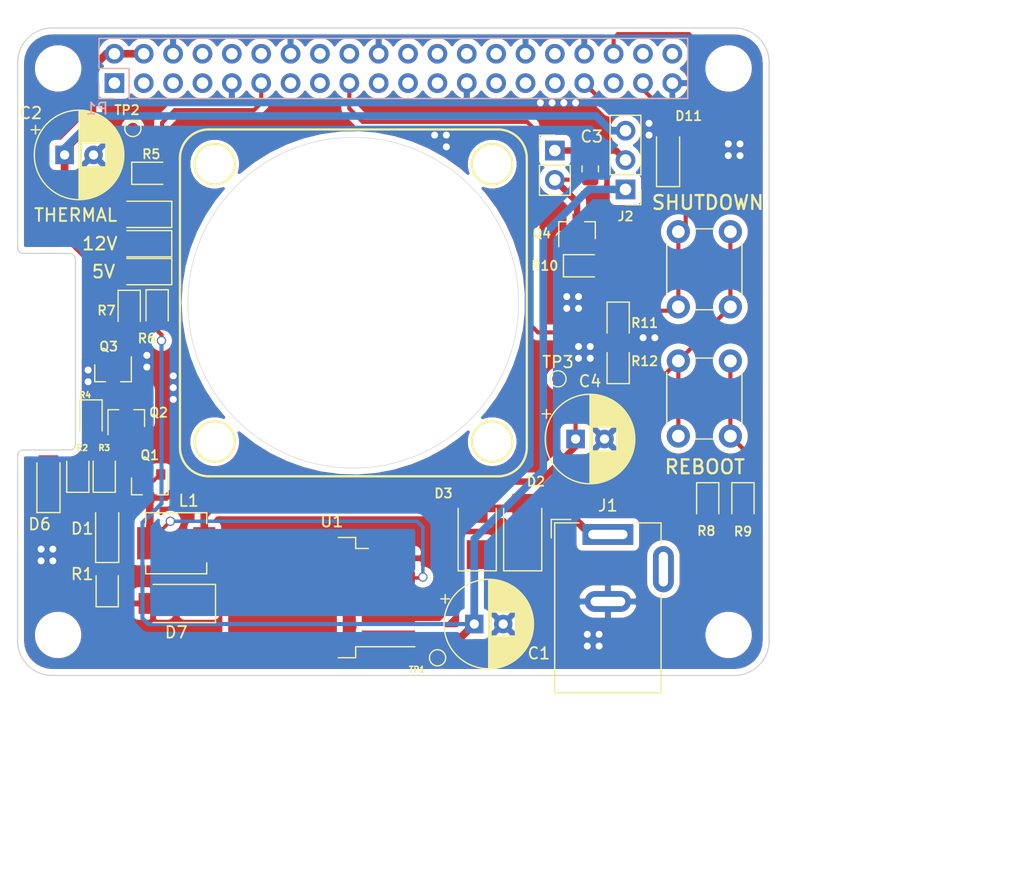
<source format=kicad_pcb>
(kicad_pcb (version 20171130) (host pcbnew 5.1.6)
  (title_block (date "15 nov 2012"))
  (layers (0 F.Cu signal) (31 B.Cu signal) (34 B.Paste user) (35 F.Paste user) (36 B.SilkS user hide) (37 F.SilkS user) (38 B.Mask user hide) (39 F.Mask user hide) (44 Edge.Cuts user))
  (net 0 "")
  (net 1 +3V3)
  (net 2 +5V)
  (net 3 GND)
  (net 4 +12V)
  (net 5 +5VP)
  (net 6 "Net-(D1-Pad2)")
  (net 7 "Net-(D1-Pad1)")
  (net 8 "Net-(D2-Pad2)")
  (net 9 "Net-(D6-Pad2)")
  (net 10 "Net-(D7-Pad1)")
  (net 11 "Net-(D8-Pad2)")
  (net 12 "Net-(D9-Pad2)")
  (net 13 "Net-(D10-Pad2)")
  (net 14 /PWM_Pin)
  (net 15 "Net-(D11-Pad1)")
  (net 16 /Thermal_Pin)
  (net 17 /Shutdown_Pin)
  (net 18 /Reboot_Pin)
  (net 19 "Net-(Q2-Pad3)")
  (net 20 "Net-(Q2-Pad1)")
  (net 21 "Net-(Q4-Pad1)")
  (net 22 "Net-(R8-Pad1)")
  (net 23 "Net-(R9-Pad1)")
  (net 24 "Net-(C3-Pad1)")
  (net 25 "Net-(C3-Pad2)")
  (module Diode_SMD:D_0805_2012Metric (layer F.Cu) (at 251.943 123.076 90)
    (fp_text reference R12 (at 0.254 2.286 180) (layer F.SilkS) (effects (font (size 0.8 0.8))))
    (fp_text value 10K)
    (pad 2 smd roundrect (at 0.9375 0 90) (size 0.975 1.4) (layers F.Cu F.Paste F.Mask) (net 1 +3V3))
    (pad 1 smd roundrect (at -0.9375 0 90) (size 0.975 1.4) (layers F.Cu F.Paste F.Mask) (net 18 /Reboot_Pin))
  )
  (module Diode_SMD:D_0805_2012Metric (layer F.Cu) (at 251.943 119.393 270)
    (fp_text reference R11 (at 0.127 -2.286 180) (layer F.SilkS) (effects (font (size 0.8 0.8))))
    (fp_text value 10K)
    (pad 2 smd roundrect (at 0.9375 0 270) (size 0.975 1.4) (layers F.Cu F.Paste F.Mask) (net 1 +3V3))
    (pad 1 smd roundrect (at -0.9375 0 270) (size 0.975 1.4) (layers F.Cu F.Paste F.Mask) (net 17 /Shutdown_Pin))
  )
  (module Capacitor_SMD:C_0805_2012Metric (layer F.Cu) (at 249.53 106.185 270)
    (fp_text reference C3 (at -2.794 -0.127 180) (layer F.SilkS))
    (fp_text value 100nF)
    (pad 2 smd roundrect (at 0.9375 0 270) (size 0.975 1.4) (layers F.Cu F.Paste F.Mask) (net 25 "Net-(C3-Pad2)"))
    (pad 1 smd roundrect (at -0.9375 0 270) (size 0.975 1.4) (layers F.Cu F.Paste F.Mask) (net 24 "Net-(C3-Pad1)"))
  )
  (module Package_TO_SOT_SMD:TO-263-5_TabPin3 (layer F.Cu) (at 226.289 143.269 180)
    (fp_text reference U1 (at -0.889 6.604) (layer F.SilkS))
    (fp_text value LM2596S-5)
    (pad 3 smd rect (at 3.375 0 180) (size 9.4 10.8) (layers F.Cu F.Mask) (net 3 GND))
    (pad 5 smd rect (at -5.775 3.4 180) (size 4.6 1.1) (layers F.Cu F.Paste F.Mask) (net 3 GND))
    (pad 4 smd rect (at -5.775 1.7 180) (size 4.6 1.1) (layers F.Cu F.Paste F.Mask) (net 2 +5V))
    (pad 3 smd rect (at -5.775 0 180) (size 4.6 1.1) (layers F.Cu F.Paste F.Mask) (net 3 GND))
    (pad 2 smd rect (at -5.775 -1.7 180) (size 4.6 1.1) (layers F.Cu F.Paste F.Mask) (net 10 "Net-(D7-Pad1)"))
    (pad 1 smd rect (at -5.775 -3.4 180) (size 4.6 1.1) (layers F.Cu F.Paste F.Mask) (net 4 +12V))
  )
  (module Diode_SMD:D_0805_2012Metric (layer F.Cu) (at 248.895 114.567)
    (fp_text reference R10 (at -3.302 0) (layer F.SilkS) (effects (font (size 0.8 0.8))))
    (fp_text value 100)
    (pad 2 smd roundrect (at 0.9375 0) (size 0.975 1.4) (layers F.Cu F.Paste F.Mask) (net 15 "Net-(D11-Pad1)"))
    (pad 1 smd roundrect (at -0.9375 0) (size 0.975 1.4) (layers F.Cu F.Paste F.Mask) (net 21 "Net-(Q4-Pad1)"))
  )
  (module Diode_SMD:D_0805_2012Metric (layer F.Cu) (at 262.738 135.014 270)
    (fp_text reference R9 (at 2.54 0 180) (layer F.SilkS) (effects (font (size 0.8 0.8))))
    (fp_text value 100)
    (pad 2 smd roundrect (at 0.9375 0 270) (size 0.975 1.4) (layers F.Cu F.Paste F.Mask) (net 3 GND))
    (pad 1 smd roundrect (at -0.9375 0 270) (size 0.975 1.4) (layers F.Cu F.Paste F.Mask) (net 23 "Net-(R9-Pad1)"))
  )
  (module Diode_SMD:D_0805_2012Metric (layer F.Cu) (at 259.69 135.014 270)
    (fp_text reference R8 (at 2.4915 0.127 180) (layer F.SilkS) (effects (font (size 0.8 0.8))))
    (fp_text value 100)
    (pad 2 smd roundrect (at 0.9375 0 270) (size 0.975 1.4) (layers F.Cu F.Paste F.Mask) (net 3 GND))
    (pad 1 smd roundrect (at -0.9375 0 270) (size 0.975 1.4) (layers F.Cu F.Paste F.Mask) (net 22 "Net-(R8-Pad1)"))
  )
  (module Diode_SMD:D_0805_2012Metric (layer F.Cu) (at 209.652 118.377 270)
    (fp_text reference R7 (at 0.0635 1.9685 180) (layer F.SilkS) (effects (font (size 0.8 0.8))))
    (fp_text value 1K)
    (pad 2 smd roundrect (at 0.9375 0 270) (size 0.975 1.4) (layers F.Cu F.Paste F.Mask) (net 5 +5VP))
    (pad 1 smd roundrect (at -0.9375 0 270) (size 0.975 1.4) (layers F.Cu F.Paste F.Mask) (net 13 "Net-(D10-Pad2)"))
  )
  (module Diode_SMD:D_0805_2012Metric (layer F.Cu) (at 212.065 118.3285 270)
    (fp_text reference R6 (at 2.525 0.889 180) (layer F.SilkS) (effects (font (size 0.8 0.8))))
    (fp_text value 1K)
    (pad 2 smd roundrect (at 0.9375 0 270) (size 0.975 1.4) (layers F.Cu F.Paste F.Mask) (net 4 +12V))
    (pad 1 smd roundrect (at -0.9375 0 270) (size 0.975 1.4) (layers F.Cu F.Paste F.Mask) (net 12 "Net-(D9-Pad2)"))
  )
  (module Diode_SMD:D_0805_2012Metric (layer F.Cu) (at 211.557 106.566)
    (fp_text reference R5 (at 0 -1.65) (layer F.SilkS) (effects (font (size 0.8 0.8))))
    (fp_text value 1K)
    (pad 2 smd roundrect (at 0.9375 0) (size 0.975 1.4) (layers F.Cu F.Paste F.Mask) (net 16 /Thermal_Pin))
    (pad 1 smd roundrect (at -0.9375 0) (size 0.975 1.4) (layers F.Cu F.Paste F.Mask) (net 11 "Net-(D8-Pad2)"))
  )
  (module Diode_SMD:D_0805_2012Metric (layer F.Cu) (at 206.35 127.8535 270)
    (fp_text reference R4 (at -2.1105 0.508 180) (layer F.SilkS) (effects (font (size 0.508 0.508) (thickness 0.127))))
    (fp_text value 100K)
    (pad 2 smd roundrect (at 0.9375 0 270) (size 0.975 1.4) (layers F.Cu F.Paste F.Mask) (net 19 "Net-(Q2-Pad3)"))
    (pad 1 smd roundrect (at -0.9375 0 270) (size 0.975 1.4) (layers F.Cu F.Paste F.Mask) (net 3 GND))
  )
  (module Diode_SMD:D_0805_2012Metric (layer F.Cu) (at 207.493 132.474 90)
    (fp_text reference R3 (at 2.159 0 180) (layer F.SilkS) (effects (font (size 0.508 0.508) (thickness 0.127))))
    (fp_text value 1K)
    (pad 2 smd roundrect (at 0.9375 0 90) (size 0.975 1.4) (layers F.Cu F.Paste F.Mask) (net 9 "Net-(D6-Pad2)"))
    (pad 1 smd roundrect (at -0.9375 0 90) (size 0.975 1.4) (layers F.Cu F.Paste F.Mask) (net 20 "Net-(Q2-Pad1)"))
  )
  (module Diode_SMD:D_0805_2012Metric (layer F.Cu) (at 205.207 132.474 90)
    (fp_text reference R2 (at 2.159 0.381 180) (layer F.SilkS) (effects (font (size 0.508 0.508) (thickness 0.127))))
    (fp_text value 2K2)
    (pad 2 smd roundrect (at 0.9375 0 90) (size 0.975 1.4) (layers F.Cu F.Paste F.Mask) (net 9 "Net-(D6-Pad2)"))
    (pad 1 smd roundrect (at -0.9375 0 90) (size 0.975 1.4) (layers F.Cu F.Paste F.Mask) (net 6 "Net-(D1-Pad2)"))
  )
  (module Diode_SMD:D_0805_2012Metric (layer F.Cu) (at 207.747 142.38 90)
    (fp_text reference R1 (at 1.143 -2.159 180) (layer F.SilkS))
    (fp_text value 100K)
    (pad 2 smd roundrect (at 0.9375 0 90) (size 0.975 1.4) (layers F.Cu F.Paste F.Mask) (net 7 "Net-(D1-Pad1)"))
    (pad 1 smd roundrect (at -0.9375 0 90) (size 0.975 1.4) (layers F.Cu F.Paste F.Mask) (net 3 GND))
  )
  (module Diode_SMD:D_MiniMELF (layer F.Cu) (at 256.261 105.169 90)
    (fp_text reference D11 (at 3.556 1.778 180) (layer F.SilkS) (effects (font (size 0.8 0.8))))
    (fp_text value D4148)
    (pad 2 smd rect (at 1.75 0 90) (size 1.3 1.7) (layers F.Cu F.Paste F.Mask) (net 14 /PWM_Pin))
    (pad 1 smd rect (at -1.75 0 90) (size 1.3 1.7) (layers F.Cu F.Paste F.Mask) (net 15 "Net-(D11-Pad1)"))
  )
  (module LED_SMD:LED_1206_3216Metric (layer F.Cu) (at 211.049 115.075 180)
    (fp_text reference 5V (at 3.6195 0) (layer F.SilkS) (effects (font (size 1.1 1.1) (thickness 0.17))))
    (fp_text value LD_5V)
    (pad 2 smd roundrect (at 1.4 0 180) (size 1.25 1.75) (layers F.Cu F.Paste F.Mask) (roundrect_rratio 0.2) (net 13 "Net-(D10-Pad2)"))
    (pad 1 smd roundrect (at -1.4 0 180) (size 1.25 1.75) (layers F.Cu F.Paste F.Mask) (roundrect_rratio 0.2) (net 3 GND))
  )
  (module LED_SMD:LED_1206_3216Metric (layer F.Cu) (at 211.049 112.662 180)
    (fp_text reference 12V (at 3.937 0) (layer F.SilkS) (effects (font (size 1.1 1.1) (thickness 0.17))))
    (fp_text value LED_12V)
    (pad 2 smd roundrect (at 1.4 0 180) (size 1.25 1.75) (layers F.Cu F.Paste F.Mask) (roundrect_rratio 0.2) (net 12 "Net-(D9-Pad2)"))
    (pad 1 smd roundrect (at -1.4 0 180) (size 1.25 1.75) (layers F.Cu F.Paste F.Mask) (roundrect_rratio 0.2) (net 3 GND))
  )
  (module LED_SMD:LED_1206_3216Metric (layer F.Cu) (at 211.049 110.122 180)
    (fp_text reference THERMAL (at 6.0325 -0.0635) (layer F.SilkS) (effects (font (size 1.1 1.1) (thickness 0.17))))
    (fp_text value LD_Thermal)
    (pad 2 smd roundrect (at 1.4 0 180) (size 1.25 1.75) (layers F.Cu F.Paste F.Mask) (roundrect_rratio 0.2) (net 11 "Net-(D8-Pad2)"))
    (pad 1 smd roundrect (at -1.4 0 180) (size 1.25 1.75) (layers F.Cu F.Paste F.Mask) (roundrect_rratio 0.2) (net 3 GND))
  )
  (module Diode_SMD:D_SMA (layer F.Cu) (at 213.716 143.777 180)
    (fp_text reference D7 (at 0 -2.5) (layer F.SilkS))
    (fp_text value 1N5820)
    (pad 2 smd rect (at 2 0 180) (size 2.5 1.8) (layers F.Cu F.Paste F.Mask) (net 3 GND))
    (pad 1 smd rect (at -2 0 180) (size 2.5 1.8) (layers F.Cu F.Paste F.Mask) (net 10 "Net-(D7-Pad1)"))
  )
  (module Diode_SMD:D_MiniMELF (layer F.Cu) (at 202.667 133.363 90)
    (fp_text reference D6 (at -3.556 -0.762 180) (layer F.SilkS))
    (fp_text value 5V1)
    (pad 2 smd rect (at 1.75 0 90) (size 1.3 1.7) (layers F.Cu F.Paste F.Mask) (net 9 "Net-(D6-Pad2)"))
    (pad 1 smd rect (at -1.75 0 90) (size 1.3 1.7) (layers F.Cu F.Paste F.Mask) (net 3 GND))
  )
  (module Diode_SMD:D_SMA (layer F.Cu) (at 239.751 137.554 90)
    (fp_text reference D3 (at 3.302 -2.921 180) (layer F.SilkS) (effects (font (size 0.8 0.8))))
    (fp_text value 1N4007)
    (pad 2 smd rect (at 2 0 90) (size 2.5 1.8) (layers F.Cu F.Paste F.Mask) (net 8 "Net-(D2-Pad2)"))
    (pad 1 smd rect (at -2 0 90) (size 2.5 1.8) (layers F.Cu F.Paste F.Mask) (net 4 +12V))
  )
  (module Diode_SMD:D_SMA (layer F.Cu) (at 243.688 137.554 90)
    (fp_text reference D2 (at 4.318 1.143 180) (layer F.SilkS) (effects (font (size 0.8 0.8))))
    (fp_text value 1N4007)
    (pad 2 smd rect (at 2 0 90) (size 2.5 1.8) (layers F.Cu F.Paste F.Mask) (net 8 "Net-(D2-Pad2)"))
    (pad 1 smd rect (at -2 0 90) (size 2.5 1.8) (layers F.Cu F.Paste F.Mask) (net 4 +12V))
  )
  (module Diode_SMD:D_MiniMELF (layer F.Cu) (at 207.747 137.681 90)
    (fp_text reference D1 (at 0.381 -2.159 180) (layer F.SilkS))
    (fp_text value 5V1)
    (pad 2 smd rect (at 1.75 0 90) (size 1.3 1.7) (layers F.Cu F.Paste F.Mask) (net 6 "Net-(D1-Pad2)"))
    (pad 1 smd rect (at -1.75 0 90) (size 1.3 1.7) (layers F.Cu F.Paste F.Mask) (net 7 "Net-(D1-Pad1)"))
  )
  (module Inductor_SMD:L_Vishay_IHLP-2020 (layer F.Cu) (at 213.716 138.57)
    (fp_text reference L1 (at 1.0795 -3.683 180) (layer F.SilkS))
    (fp_text value 33uF)
    (pad 2 smd rect (at 2.4265 0) (size 1.903 2.79) (layers F.Cu F.Paste F.Mask) (net 10 "Net-(D7-Pad1)"))
    (pad 1 smd rect (at -2.4265 0) (size 1.903 2.79) (layers F.Cu F.Paste F.Mask) (net 2 +5V))
  )
  (module pihat_cooling:fan_30mm (layer F.Cu) (at 229.0322 117.7674)
    (fp_text reference M1 hide)
    (fp_text value Fan)
    (pad 1 thru_hole rect (at 17.43456 -13.16736) (size 1.7 1.7) (drill 1) (layers *.Cu *.Mask) (net 24 "Net-(C3-Pad1)"))
    (pad 2 thru_hole oval (at 17.43456 -10.62736) (size 1.7 1.7) (drill 1) (layers *.Cu *.Mask) (net 25 "Net-(C3-Pad2)"))
  )
  (module Connector_BarrelJack:BarrelJack_Wuerth_6941xx301002 (layer F.Cu) (at 251.054 137.808)
    (fp_text reference J1 (at 0 -2.5) (layer F.SilkS))
    (fp_text value Barrel_Jack)
    (pad 1 thru_hole rect (at 0 0) (size 4.4 1.8) (drill oval 3.4 0.8) (layers *.Cu *.Mask) (net 8 "Net-(D2-Pad2)"))
    (pad 2 thru_hole oval (at 0 5.8) (size 4 1.8) (drill oval 3 0.8) (layers *.Cu *.Mask) (net 3 GND))
    (pad 3 thru_hole oval (at 4.8 3 90) (size 4 1.8) (drill oval 3 0.8) (layers *.Cu *.Mask))
  )
  (module TestPoint:TestPoint_Pad_D1.0mm (layer F.Cu) (at 246.736 124.346)
    (fp_text reference TP3 (at 0 -1.448) (layer F.SilkS))
    (fp_text value TestPoint)
    (pad 1 smd circle (at 0 0) (size 1 1) (layers F.Cu F.Mask) (net 2 +5V))
  )
  (module TestPoint:TestPoint_Pad_D1.0mm (layer F.Cu) (at 209.9695 102.6925)
    (fp_text reference TP2 (at -0.508 -1.5875) (layer F.SilkS) (effects (font (size 0.8 0.8))))
    (fp_text value TestPoint)
    (pad 1 smd circle (at 0 0) (size 1 1) (layers F.Cu F.Mask) (net 5 +5VP))
  )
  (module TestPoint:TestPoint_Pad_D1.0mm (layer F.Cu) (at 236.322 148.476)
    (fp_text reference TP1 (at -1.778 1.016) (layer F.SilkS) (effects (font (size 0.508 0.508) (thickness 0.127))))
    (fp_text value TestPoint)
    (pad 1 smd circle (at 0 0) (size 1 1) (layers F.Cu F.Mask) (net 4 +12V))
  )
  (module Button_Switch_THT:SW_PUSH_6mm (layer F.Cu) (at 257.15 129.299 90)
    (fp_text reference REBOOT (at -2.667 2.286 180) (layer F.SilkS) (effects (font (size 1.2 1.2) (thickness 0.2))))
    (fp_text value Reboot)
    (pad 1 thru_hole circle (at 6.5 0 180) (size 2 2) (drill 1.1) (layers *.Cu *.Mask) (net 18 /Reboot_Pin))
    (pad 2 thru_hole circle (at 6.5 4.5 180) (size 2 2) (drill 1.1) (layers *.Cu *.Mask) (net 23 "Net-(R9-Pad1)"))
    (pad 1 thru_hole circle (at 0 0 180) (size 2 2) (drill 1.1) (layers *.Cu *.Mask) (net 18 /Reboot_Pin))
    (pad 2 thru_hole circle (at 0 4.5 180) (size 2 2) (drill 1.1) (layers *.Cu *.Mask) (net 23 "Net-(R9-Pad1)"))
  )
  (module Button_Switch_THT:SW_PUSH_6mm (layer F.Cu) (at 257.15 118.123 90)
    (fp_text reference SHUTDOWN (at 9.017 2.54 180) (layer F.SilkS) (effects (font (size 1.2 1.2) (thickness 0.2))))
    (fp_text value Shutdown)
    (pad 1 thru_hole circle (at 6.5 0 180) (size 2 2) (drill 1.1) (layers *.Cu *.Mask) (net 17 /Shutdown_Pin))
    (pad 2 thru_hole circle (at 6.5 4.5 180) (size 2 2) (drill 1.1) (layers *.Cu *.Mask) (net 22 "Net-(R8-Pad1)"))
    (pad 1 thru_hole circle (at 0 0 180) (size 2 2) (drill 1.1) (layers *.Cu *.Mask) (net 17 /Shutdown_Pin))
    (pad 2 thru_hole circle (at 0 4.5 180) (size 2 2) (drill 1.1) (layers *.Cu *.Mask) (net 22 "Net-(R8-Pad1)"))
  )
  (module Package_TO_SOT_SMD:SOT-23 (layer F.Cu) (at 248.387 111.519 90)
    (fp_text reference Q4 (at -0.254 -3.048 180) (layer F.SilkS) (effects (font (size 0.8 0.8))))
    (fp_text value MMBT3904)
    (pad 3 smd rect (at 1 0 90) (size 0.9 0.8) (layers F.Cu F.Paste F.Mask) (net 25 "Net-(C3-Pad2)"))
    (pad 2 smd rect (at -1 0.95 90) (size 0.9 0.8) (layers F.Cu F.Paste F.Mask) (net 3 GND))
    (pad 1 smd rect (at -1 -0.95 90) (size 0.9 0.8) (layers F.Cu F.Paste F.Mask) (net 21 "Net-(Q4-Pad1)"))
  )
  (module Package_TO_SOT_SMD:SOT-23 (layer F.Cu) (at 208.255 123.838 270)
    (fp_text reference Q3 (at -2.286 0.381 180) (layer F.SilkS) (effects (font (size 0.8 0.8))))
    (fp_text value AO3401A)
    (pad 3 smd rect (at 1 0 270) (size 0.9 0.8) (layers F.Cu F.Paste F.Mask) (net 6 "Net-(D1-Pad2)"))
    (pad 2 smd rect (at -1 0.95 270) (size 0.9 0.8) (layers F.Cu F.Paste F.Mask) (net 5 +5VP))
    (pad 1 smd rect (at -1 -0.95 270) (size 0.9 0.8) (layers F.Cu F.Paste F.Mask) (net 19 "Net-(Q2-Pad3)"))
  )
  (module Package_TO_SOT_SMD:SOT-23 (layer F.Cu) (at 209.398 127.775 90)
    (fp_text reference Q2 (at 0.508 2.794 180) (layer F.SilkS) (effects (font (size 0.8 0.8))))
    (fp_text value MMBT3906)
    (pad 3 smd rect (at 1 0 90) (size 0.9 0.8) (layers F.Cu F.Paste F.Mask) (net 19 "Net-(Q2-Pad3)"))
    (pad 2 smd rect (at -1 0.95 90) (size 0.9 0.8) (layers F.Cu F.Paste F.Mask) (net 6 "Net-(D1-Pad2)"))
    (pad 1 smd rect (at -1 -0.95 90) (size 0.9 0.8) (layers F.Cu F.Paste F.Mask) (net 20 "Net-(Q2-Pad1)"))
  )
  (module Package_TO_SOT_SMD:SOT-23 (layer F.Cu) (at 211.43 133.617 270)
    (fp_text reference Q1 (at -2.667 0 180) (layer F.SilkS) (effects (font (size 0.8 0.8))))
    (fp_text value AO3401A)
    (pad 3 smd rect (at 1 0 270) (size 0.9 0.8) (layers F.Cu F.Paste F.Mask) (net 2 +5V))
    (pad 2 smd rect (at -1 0.95 270) (size 0.9 0.8) (layers F.Cu F.Paste F.Mask) (net 6 "Net-(D1-Pad2)"))
    (pad 1 smd rect (at -1 -0.95 270) (size 0.9 0.8) (layers F.Cu F.Paste F.Mask) (net 7 "Net-(D1-Pad1)"))
  )
  (module Connector_PinHeader_2.54mm:PinHeader_1x03_P2.54mm_Vertical (layer F.Cu) (at 252.578 107.963 180)
    (fp_text reference J2 (at 0 -2.33) (layer F.SilkS) (effects (font (size 0.8 0.8))))
    (fp_text value Conn_01x03)
    (pad 3 thru_hole oval (at 0 5.08 180) (size 1.7 1.7) (drill 1) (layers *.Cu *.Mask) (net 5 +5VP))
    (pad 2 thru_hole oval (at 0 2.54 180) (size 1.7 1.7) (drill 1) (layers *.Cu *.Mask) (net 24 "Net-(C3-Pad1)"))
    (pad 1 thru_hole rect (at 0 0 180) (size 1.7 1.7) (drill 1) (layers *.Cu *.Mask) (net 4 +12V))
  )
  (module Capacitor_THT:CP_Radial_D7.5mm_P2.50mm (layer F.Cu) (at 248.26 129.553)
    (fp_text reference C4 (at 1.25 -5) (layer F.SilkS))
    (fp_text value CP)
    (pad 2 thru_hole circle (at 2.5 0) (size 1.6 1.6) (drill 0.8) (layers *.Cu *.Mask) (net 3 GND))
    (pad 1 thru_hole rect (at 0 0) (size 1.6 1.6) (drill 0.8) (layers *.Cu *.Mask) (net 2 +5V))
  )
  (module Capacitor_THT:CP_Radial_D7.5mm_P2.50mm (layer F.Cu) (at 204.064 104.9785)
    (fp_text reference C2 (at -2.921 -3.6195) (layer F.SilkS))
    (fp_text value CP)
    (pad 2 thru_hole circle (at 2.5 0) (size 1.6 1.6) (drill 0.8) (layers *.Cu *.Mask) (net 3 GND))
    (pad 1 thru_hole rect (at 0 0) (size 1.6 1.6) (drill 0.8) (layers *.Cu *.Mask) (net 5 +5VP))
  )
  (module Capacitor_THT:CP_Radial_D7.5mm_P2.50mm (layer F.Cu) (at 239.497 145.555)
    (fp_text reference C1 (at 5.588 2.54) (layer F.SilkS))
    (fp_text value CP)
    (pad 2 thru_hole circle (at 2.5 0) (size 1.6 1.6) (drill 0.8) (layers *.Cu *.Mask) (net 3 GND))
    (pad 1 thru_hole rect (at 0 0) (size 1.6 1.6) (drill 0.8) (layers *.Cu *.Mask) (net 4 +12V))
  )
  (module MountingHole:MountingHole_3.2mm_M3 (layer F.Cu) (at 241.0464 129.7816)
    (fp_text reference H8 hide)
    (fp_text value FanHole)
    (pad 1 np_thru_hole circle (at 0 0) (size 3.2 3.2) (drill 3.2) (layers *.Cu *.Mask))
  )
  (module MountingHole:MountingHole_3.2mm_M3 (layer F.Cu) (at 241.0464 105.7786)
    (fp_text reference H7 hide)
    (fp_text value FanHole)
    (pad 1 np_thru_hole circle (at 0 0) (size 3.2 3.2) (drill 3.2) (layers *.Cu *.Mask))
  )
  (module MountingHole:MountingHole_3.2mm_M3 (layer F.Cu) (at 217.0434 129.7816)
    (fp_text reference H6 hide)
    (fp_text value FanHole)
    (pad 1 np_thru_hole circle (at 0 0) (size 3.2 3.2) (drill 3.2) (layers *.Cu *.Mask))
  )
  (module MountingHole:MountingHole_3.2mm_M3 (layer F.Cu) (at 217.0434 105.7786)
    (fp_text reference H5 hide)
    (fp_text value FanHole)
    (pad 1 np_thru_hole circle (at 0 0) (size 3.2 3.2) (drill 3.2) (layers *.Cu *.Mask))
  )
  (module MountingHole:MountingHole_3mm (layer F.Cu) (at 261.5 146.5)
    (fp_text reference H4 hide)
    (fp_text value M3)
    (pad 1 np_thru_hole circle (at 0 0) (size 3 3) (drill 3) (layers *.Cu *.Mask))
  )
  (module MountingHole:MountingHole_3mm (layer F.Cu) (at 203.5 146.5)
    (fp_text reference H3 hide)
    (fp_text value M3)
    (pad 1 np_thru_hole circle (at 0 0) (size 3 3) (drill 3) (layers *.Cu *.Mask))
  )
  (module MountingHole:MountingHole_3mm (layer F.Cu) (at 261.5 97.5 180)
    (fp_text reference H2 hide)
    (fp_text value M3)
    (pad 1 np_thru_hole circle (at 0 0 180) (size 3 3) (drill 3) (layers *.Cu *.Mask))
  )
  (module MountingHole:MountingHole_3mm (layer F.Cu) (at 203.5 97.5 180)
    (fp_text reference H1 hide)
    (fp_text value M3)
    (pad 1 np_thru_hole circle (at 0 0 180) (size 3 3) (drill 3) (layers *.Cu *.Mask))
  )
  (module Connector_PinSocket_2.54mm:PinSocket_2x20_P2.54mm_Vertical (layer B.Cu) (at 208.37 98.77 270)
    (fp_text reference P1 (at 2.208 1.512) (layer B.SilkS) (effects (justify mirror)))
    (fp_text value Conn_02x20_Odd_Even)
    (pad 1 thru_hole rect (at 0 0 270) (size 1.7 1.7) (drill 1) (layers *.Cu *.Mask) (net 1 +3V3))
    (pad 2 thru_hole oval (at -2.54 0 270) (size 1.7 1.7) (drill 1) (layers *.Cu *.Mask) (net 5 +5VP))
    (pad 3 thru_hole oval (at 0 -2.54 270) (size 1.7 1.7) (drill 1) (layers *.Cu *.Mask))
    (pad 4 thru_hole oval (at -2.54 -2.54 270) (size 1.7 1.7) (drill 1) (layers *.Cu *.Mask) (net 5 +5VP))
    (pad 5 thru_hole oval (at 0 -5.08 270) (size 1.7 1.7) (drill 1) (layers *.Cu *.Mask))
    (pad 6 thru_hole oval (at -2.54 -5.08 270) (size 1.7 1.7) (drill 1) (layers *.Cu *.Mask) (net 3 GND))
    (pad 7 thru_hole oval (at 0 -7.62 270) (size 1.7 1.7) (drill 1) (layers *.Cu *.Mask))
    (pad 8 thru_hole oval (at -2.54 -7.62 270) (size 1.7 1.7) (drill 1) (layers *.Cu *.Mask))
    (pad 9 thru_hole oval (at 0 -10.16 270) (size 1.7 1.7) (drill 1) (layers *.Cu *.Mask) (net 3 GND))
    (pad 10 thru_hole oval (at -2.54 -10.16 270) (size 1.7 1.7) (drill 1) (layers *.Cu *.Mask))
    (pad 11 thru_hole oval (at 0 -12.7 270) (size 1.7 1.7) (drill 1) (layers *.Cu *.Mask) (net 16 /Thermal_Pin))
    (pad 12 thru_hole oval (at -2.54 -12.7 270) (size 1.7 1.7) (drill 1) (layers *.Cu *.Mask))
    (pad 13 thru_hole oval (at 0 -15.24 270) (size 1.7 1.7) (drill 1) (layers *.Cu *.Mask))
    (pad 14 thru_hole oval (at -2.54 -15.24 270) (size 1.7 1.7) (drill 1) (layers *.Cu *.Mask) (net 3 GND))
    (pad 15 thru_hole oval (at 0 -17.78 270) (size 1.7 1.7) (drill 1) (layers *.Cu *.Mask))
    (pad 16 thru_hole oval (at -2.54 -17.78 270) (size 1.7 1.7) (drill 1) (layers *.Cu *.Mask))
    (pad 17 thru_hole oval (at 0 -20.32 270) (size 1.7 1.7) (drill 1) (layers *.Cu *.Mask) (net 1 +3V3))
    (pad 18 thru_hole oval (at -2.54 -20.32 270) (size 1.7 1.7) (drill 1) (layers *.Cu *.Mask))
    (pad 19 thru_hole oval (at 0 -22.86 270) (size 1.7 1.7) (drill 1) (layers *.Cu *.Mask))
    (pad 20 thru_hole oval (at -2.54 -22.86 270) (size 1.7 1.7) (drill 1) (layers *.Cu *.Mask) (net 3 GND))
    (pad 21 thru_hole oval (at 0 -25.4 270) (size 1.7 1.7) (drill 1) (layers *.Cu *.Mask))
    (pad 22 thru_hole oval (at -2.54 -25.4 270) (size 1.7 1.7) (drill 1) (layers *.Cu *.Mask))
    (pad 23 thru_hole oval (at 0 -27.94 270) (size 1.7 1.7) (drill 1) (layers *.Cu *.Mask))
    (pad 24 thru_hole oval (at -2.54 -27.94 270) (size 1.7 1.7) (drill 1) (layers *.Cu *.Mask))
    (pad 25 thru_hole oval (at 0 -30.48 270) (size 1.7 1.7) (drill 1) (layers *.Cu *.Mask) (net 3 GND))
    (pad 26 thru_hole oval (at -2.54 -30.48 270) (size 1.7 1.7) (drill 1) (layers *.Cu *.Mask))
    (pad 27 thru_hole oval (at 0 -33.02 270) (size 1.7 1.7) (drill 1) (layers *.Cu *.Mask))
    (pad 28 thru_hole oval (at -2.54 -33.02 270) (size 1.7 1.7) (drill 1) (layers *.Cu *.Mask))
    (pad 29 thru_hole oval (at 0 -35.56 270) (size 1.7 1.7) (drill 1) (layers *.Cu *.Mask))
    (pad 30 thru_hole oval (at -2.54 -35.56 270) (size 1.7 1.7) (drill 1) (layers *.Cu *.Mask) (net 3 GND))
    (pad 31 thru_hole oval (at 0 -38.1 270) (size 1.7 1.7) (drill 1) (layers *.Cu *.Mask))
    (pad 32 thru_hole oval (at -2.54 -38.1 270) (size 1.7 1.7) (drill 1) (layers *.Cu *.Mask))
    (pad 33 thru_hole oval (at 0 -40.64 270) (size 1.7 1.7) (drill 1) (layers *.Cu *.Mask) (net 14 /PWM_Pin))
    (pad 34 thru_hole oval (at -2.54 -40.64 270) (size 1.7 1.7) (drill 1) (layers *.Cu *.Mask) (net 3 GND))
    (pad 35 thru_hole oval (at 0 -43.18 270) (size 1.7 1.7) (drill 1) (layers *.Cu *.Mask))
    (pad 36 thru_hole oval (at -2.54 -43.18 270) (size 1.7 1.7) (drill 1) (layers *.Cu *.Mask) (net 18 /Reboot_Pin))
    (pad 37 thru_hole oval (at 0 -45.72 270) (size 1.7 1.7) (drill 1) (layers *.Cu *.Mask) (net 17 /Shutdown_Pin))
    (pad 38 thru_hole oval (at -2.54 -45.72 270) (size 1.7 1.7) (drill 1) (layers *.Cu *.Mask))
    (pad 39 thru_hole oval (at 0 -48.26 270) (size 1.7 1.7) (drill 1) (layers *.Cu *.Mask) (net 3 GND))
    (pad 40 thru_hole oval (at -2.54 -48.26 270) (size 1.7 1.7) (drill 1) (layers *.Cu *.Mask))
  )
  (gr_circle (center 229.0322 117.7674) (end 243.3322 117.7674) (layer Edge.Cuts) (width 0.05))
  (gr_arc (start 200.5 131) (end 200 131) (angle 89.9) (layer Edge.Cuts) (width 0.1))
  (gr_arc (start 204.5 130) (end 205 130) (angle 90) (layer Edge.Cuts) (width 0.1))
  (gr_arc (start 200.5 113) (end 200.5 113.5) (angle 90) (layer Edge.Cuts) (width 0.1))
  (gr_arc (start 204.5 114) (end 204.5 113.5) (angle 90) (layer Edge.Cuts) (width 0.1))
  (gr_line (start 200 97) (end 200 113) (layer Edge.Cuts) (width 0.1))
  (gr_arc (start 262 97) (end 262 94) (angle 90) (layer Edge.Cuts) (width 0.1))
  (gr_arc (start 262 147) (end 265 147) (angle 90) (layer Edge.Cuts) (width 0.1))
  (gr_arc (start 203 147) (end 203 150) (angle 90) (layer Edge.Cuts) (width 0.1))
  (gr_arc (start 203 97) (end 200 97) (angle 90) (layer Edge.Cuts) (width 0.1))
  (gr_line (start 262 94) (end 203 94) (layer Edge.Cuts) (width 0.1))
  (gr_line (start 204.5 130.5) (end 200.5 130.5) (layer Edge.Cuts) (width 0.1))
  (gr_line (start 205 114) (end 205 130) (layer Edge.Cuts) (width 0.1))
  (gr_line (start 200.5 113.5) (end 204.5 113.5) (layer Edge.Cuts) (width 0.1))
  (gr_line (start 265 147) (end 265 97) (layer Edge.Cuts) (width 0.1))
  (gr_line (start 203 150) (end 262 150) (layer Edge.Cuts) (width 0.1))
  (gr_line (start 200 131) (end 200 147) (layer Edge.Cuts) (width 0.1))
  (segment (start 245.0065 120.3305) (end 251.943 120.3305) (width 0.3556) (layer F.Cu) (net 1))
  (segment (start 244.45 119.774) (end 245.0065 120.3305) (width 0.3556) (layer F.Cu) (net 1))
  (segment (start 244.45 102.502) (end 244.45 119.774) (width 0.3556) (layer F.Cu) (net 1))
  (segment (start 244.069 102.121) (end 244.45 102.502) (width 0.3556) (layer F.Cu) (net 1))
  (segment (start 229.845 102.121) (end 244.069 102.121) (width 0.3556) (layer F.Cu) (net 1))
  (segment (start 228.69 100.966) (end 229.845 102.121) (width 0.3556) (layer F.Cu) (net 1))
  (segment (start 228.69 98.77) (end 228.69 100.966) (width 0.3556) (layer F.Cu) (net 1))
  (segment (start 251.943 120.3305) (end 251.943 122.1385) (width 0.3556) (layer F.Cu) (net 1))
  (via (at 235.052 141.491) (size 0.8) (drill 0.6) (layers F.Cu B.Cu) (net 2))
  (segment (start 234.974 141.569) (end 235.052 141.491) (width 0.3048) (layer F.Cu) (net 2))
  (segment (start 232.064 141.569) (end 234.974 141.569) (width 0.3048) (layer F.Cu) (net 2))
  (segment (start 235.052 141.491) (end 235.052 137.173) (width 0.3048) (layer B.Cu) (net 2))
  (segment (start 235.052 137.173) (end 234.544 136.665) (width 0.3048) (layer B.Cu) (net 2))
  (segment (start 234.544 136.665) (end 213.208 136.665) (width 0.3048) (layer B.Cu) (net 2))
  (via (at 213.208 136.665) (size 0.8) (drill 0.6) (layers F.Cu B.Cu) (net 2))
  (segment (start 211.303 138.57) (end 213.208 136.665) (width 0.3048) (layer F.Cu) (net 2))
  (segment (start 211.2895 138.57) (end 211.303 138.57) (width 0.3048) (layer F.Cu) (net 2))
  (segment (start 211.43 138.4295) (end 211.2895 138.57) (width 0.6604) (layer F.Cu) (net 2))
  (segment (start 211.43 134.617) (end 211.43 138.4295) (width 0.6604) (layer F.Cu) (net 2))
  (segment (start 248.26 129.553) (end 248.26 129.68) (width 0.3556) (layer F.Cu) (net 2))
  (segment (start 248.26 129.553) (end 248.26 130.188) (width 0.5588) (layer F.Cu) (net 2))
  (segment (start 248.26 130.188) (end 245.212 133.236) (width 0.5588) (layer F.Cu) (net 2))
  (segment (start 245.212 133.236) (end 214.224 133.236) (width 0.5588) (layer F.Cu) (net 2))
  (segment (start 212.843 134.617) (end 211.43 134.617) (width 0.5588) (layer F.Cu) (net 2))
  (segment (start 214.224 133.236) (end 212.843 134.617) (width 0.5588) (layer F.Cu) (net 2))
  (segment (start 248.26 125.87) (end 246.736 124.346) (width 0.3556) (layer F.Cu) (net 2))
  (segment (start 248.26 129.553) (end 248.26 125.87) (width 0.3556) (layer F.Cu) (net 2))
  (via (at 206.096 123.584) (size 0.8) (drill 0.6) (layers F.Cu B.Cu) (net 3))
  (via (at 206.096 124.6) (size 0.8) (drill 0.6) (layers F.Cu B.Cu) (net 3))
  (segment (start 206.35 126.916) (end 206.35 126.124) (width 0.5588) (layer F.Cu) (net 3))
  (segment (start 206.096 125.87) (end 206.096 124.6) (width 0.5588) (layer F.Cu) (net 3))
  (segment (start 206.35 126.124) (end 206.096 125.87) (width 0.5588) (layer F.Cu) (net 3))
  (via (at 211.176 122.314) (size 0.8) (drill 0.6) (layers F.Cu B.Cu) (net 3))
  (via (at 211.176 123.33) (size 0.8) (drill 0.6) (layers F.Cu B.Cu) (net 3))
  (via (at 213.462 125.108) (size 0.8) (drill 0.6) (layers F.Cu B.Cu) (net 3))
  (via (at 213.462 126.124) (size 0.8) (drill 0.6) (layers F.Cu B.Cu) (net 3))
  (via (at 213.462 124.092) (size 0.8) (drill 0.6) (layers F.Cu B.Cu) (net 3))
  (via (at 202.032 139.078) (size 0.8) (drill 0.6) (layers F.Cu B.Cu) (net 3))
  (via (at 203.048 139.078) (size 0.8) (drill 0.6) (layers F.Cu B.Cu) (net 3))
  (via (at 203.048 140.094) (size 0.8) (drill 0.6) (layers F.Cu B.Cu) (net 3))
  (via (at 202.032 140.094) (size 0.8) (drill 0.6) (layers F.Cu B.Cu) (net 3))
  (via (at 249.276 146.444) (size 0.8) (drill 0.6) (layers F.Cu B.Cu) (net 3))
  (via (at 250.292 146.444) (size 0.8) (drill 0.6) (layers F.Cu B.Cu) (net 3))
  (via (at 250.292 147.46) (size 0.8) (drill 0.6) (layers F.Cu B.Cu) (net 3))
  (via (at 249.276 147.46) (size 0.8) (drill 0.6) (layers F.Cu B.Cu) (net 3))
  (via (at 247.498 117.234) (size 0.8) (drill 0.6) (layers F.Cu B.Cu) (net 3))
  (via (at 248.514 117.234) (size 0.8) (drill 0.6) (layers F.Cu B.Cu) (net 3))
  (via (at 247.498 118.25) (size 0.8) (drill 0.6) (layers F.Cu B.Cu) (net 3))
  (via (at 248.514 118.25) (size 0.8) (drill 0.6) (layers F.Cu B.Cu) (net 3))
  (via (at 248.514 121.552) (size 0.8) (drill 0.6) (layers F.Cu B.Cu) (net 3))
  (via (at 249.53 121.552) (size 0.8) (drill 0.6) (layers F.Cu B.Cu) (net 3))
  (via (at 249.53 122.568) (size 0.8) (drill 0.6) (layers F.Cu B.Cu) (net 3))
  (via (at 248.514 122.568) (size 0.8) (drill 0.6) (layers F.Cu B.Cu) (net 3))
  (via (at 261.468 104.026) (size 0.8) (drill 0.6) (layers F.Cu B.Cu) (net 3))
  (via (at 262.484 104.026) (size 0.8) (drill 0.6) (layers F.Cu B.Cu) (net 3))
  (via (at 262.484 105.042) (size 0.8) (drill 0.6) (layers F.Cu B.Cu) (net 3))
  (via (at 261.468 105.042) (size 0.8) (drill 0.6) (layers F.Cu B.Cu) (net 3))
  (via (at 254.61 102.248) (size 0.8) (drill 0.6) (layers F.Cu B.Cu) (net 3))
  (via (at 254.61 103.264) (size 0.8) (drill 0.6) (layers F.Cu B.Cu) (net 3))
  (via (at 245.212 100.47) (size 0.8) (drill 0.6) (layers F.Cu B.Cu) (net 3))
  (via (at 246.228 100.47) (size 0.8) (drill 0.6) (layers F.Cu B.Cu) (net 3))
  (via (at 247.244 100.47) (size 0.8) (drill 0.6) (layers F.Cu B.Cu) (net 3))
  (via (at 248.26 100.47) (size 0.8) (drill 0.6) (layers F.Cu B.Cu) (net 3))
  (via (at 236.068 103.264) (size 0.8) (drill 0.6) (layers F.Cu B.Cu) (net 3))
  (via (at 237.084 103.264) (size 0.8) (drill 0.6) (layers F.Cu B.Cu) (net 3))
  (via (at 237.084 104.28) (size 0.8) (drill 0.6) (layers F.Cu B.Cu) (net 3))
  (via (at 254.102 120.79) (size 0.8) (drill 0.6) (layers F.Cu B.Cu) (net 3))
  (via (at 255.118 120.79) (size 0.8) (drill 0.6) (layers F.Cu B.Cu) (net 3))
  (segment (start 238.383 146.669) (end 239.497 145.555) (width 0.6604) (layer F.Cu) (net 4))
  (segment (start 239.497 139.808) (end 239.751 139.554) (width 0.6604) (layer F.Cu) (net 4))
  (segment (start 239.497 145.555) (end 239.497 139.808) (width 0.6604) (layer F.Cu) (net 4))
  (segment (start 243.688 139.554) (end 239.751 139.554) (width 0.6604) (layer F.Cu) (net 4))
  (segment (start 212.065 119.266) (end 212.065 120.155) (width 0.3556) (layer F.Cu) (net 4))
  (via (at 212.446 121.044) (size 0.8) (drill 0.6) (layers F.Cu B.Cu) (net 4))
  (segment (start 212.446 120.536) (end 212.446 121.044) (width 0.3556) (layer F.Cu) (net 4))
  (segment (start 212.065 120.155) (end 212.446 120.536) (width 0.3556) (layer F.Cu) (net 4))
  (segment (start 212.446 121.044) (end 212.446 135.141) (width 0.3556) (layer B.Cu) (net 4))
  (segment (start 212.446 135.141) (end 210.795 136.792) (width 0.3556) (layer B.Cu) (net 4))
  (segment (start 210.795 136.792) (end 210.795 145.047) (width 0.3556) (layer B.Cu) (net 4))
  (segment (start 211.303 145.555) (end 239.497 145.555) (width 0.3556) (layer B.Cu) (net 4))
  (segment (start 210.795 145.047) (end 211.303 145.555) (width 0.3556) (layer B.Cu) (net 4))
  (segment (start 239.497 145.555) (end 239.497 138.189) (width 0.6604) (layer B.Cu) (net 4))
  (segment (start 239.497 138.189) (end 245.466 132.22) (width 0.6604) (layer B.Cu) (net 4))
  (segment (start 245.466 132.22) (end 245.466 111.9) (width 0.6604) (layer B.Cu) (net 4))
  (segment (start 249.403 107.963) (end 252.578 107.963) (width 0.6604) (layer B.Cu) (net 4))
  (segment (start 245.466 111.9) (end 249.403 107.963) (width 0.6604) (layer B.Cu) (net 4))
  (segment (start 236.322 146.698) (end 236.293 146.669) (width 0.3556) (layer F.Cu) (net 4))
  (segment (start 236.322 148.476) (end 236.322 146.698) (width 0.3556) (layer F.Cu) (net 4))
  (segment (start 236.293 146.669) (end 238.383 146.669) (width 0.6604) (layer F.Cu) (net 4))
  (segment (start 232.064 146.669) (end 236.293 146.669) (width 0.6604) (layer F.Cu) (net 4))
  (segment (start 210.91 96.23) (end 208.37 96.23) (width 0.6604) (layer F.Cu) (net 5))
  (segment (start 208.37 96.23) (end 207.669 96.23) (width 0.6604) (layer F.Cu) (net 5))
  (segment (start 207.669 96.23) (end 206.477 97.422) (width 0.6604) (layer F.Cu) (net 5))
  (segment (start 207.305 122.838) (end 207.255 122.838) (width 0.6604) (layer F.Cu) (net 5))
  (segment (start 207.255 122.838) (end 205.969 121.552) (width 0.6604) (layer F.Cu) (net 5))
  (segment (start 204.064 111.878567) (end 204.064 106.058) (width 0.6604) (layer F.Cu) (net 5))
  (segment (start 205.969 113.783567) (end 204.064 111.878567) (width 0.6604) (layer F.Cu) (net 5))
  (segment (start 204.064 106.058) (end 204.064 104.534) (width 0.6604) (layer F.Cu) (net 5))
  (segment (start 206.477 102.121) (end 206.477 97.422) (width 0.6604) (layer F.Cu) (net 5))
  (segment (start 204.064 104.534) (end 206.477 102.121) (width 0.6604) (layer F.Cu) (net 5))
  (segment (start 203.958433 111.773) (end 204.064 111.878567) (width 0.3556) (layer F.Cu) (net 5))
  (segment (start 206.0475 119.3145) (end 205.969 119.393) (width 0.3556) (layer F.Cu) (net 5))
  (segment (start 209.652 119.3145) (end 206.0475 119.3145) (width 0.3556) (layer F.Cu) (net 5))
  (segment (start 205.969 119.393) (end 205.969 113.783567) (width 0.6604) (layer F.Cu) (net 5))
  (segment (start 205.969 121.552) (end 205.969 119.393) (width 0.6604) (layer F.Cu) (net 5))
  (segment (start 252.578 102.883) (end 251.308 102.883) (width 0.6604) (layer B.Cu) (net 5))
  (segment (start 251.308 102.883) (end 250.038 101.613) (width 0.6604) (layer B.Cu) (net 5))
  (segment (start 250.038 101.613) (end 206.858 101.613) (width 0.6604) (layer B.Cu) (net 5))
  (segment (start 206.858 101.613) (end 204.064 104.407) (width 0.6604) (layer B.Cu) (net 5))
  (segment (start 204.064 104.9785) (end 204.064 104.407) (width 0.6604) (layer B.Cu) (net 5))
  (segment (start 207.0485 102.6925) (end 206.477 102.121) (width 0.3556) (layer F.Cu) (net 5))
  (segment (start 209.9695 102.6925) (end 207.0485 102.6925) (width 0.3556) (layer F.Cu) (net 5))
  (segment (start 210.48 128.907) (end 210.348 128.775) (width 0.6604) (layer F.Cu) (net 6))
  (segment (start 210.48 132.617) (end 210.48 128.907) (width 0.6604) (layer F.Cu) (net 6))
  (segment (start 208.255 124.838) (end 210.525 124.838) (width 0.6604) (layer F.Cu) (net 6))
  (segment (start 210.525 124.838) (end 211.049 125.362) (width 0.6604) (layer F.Cu) (net 6))
  (segment (start 211.049 128.074) (end 210.348 128.775) (width 0.6604) (layer F.Cu) (net 6))
  (segment (start 211.049 125.362) (end 211.049 128.074) (width 0.6604) (layer F.Cu) (net 6))
  (segment (start 208.76299 133.87101) (end 208.76299 133.10901) (width 0.3556) (layer F.Cu) (net 6))
  (segment (start 207.747 134.887) (end 208.76299 133.87101) (width 0.3556) (layer F.Cu) (net 6))
  (segment (start 207.747 135.931) (end 207.747 134.887) (width 0.3556) (layer F.Cu) (net 6))
  (segment (start 209.255 132.617) (end 210.48 132.617) (width 0.3556) (layer F.Cu) (net 6))
  (segment (start 208.76299 133.10901) (end 209.255 132.617) (width 0.3556) (layer F.Cu) (net 6))
  (segment (start 207.747 135.931) (end 205.616 135.931) (width 0.3556) (layer F.Cu) (net 6))
  (segment (start 205.207 135.522) (end 205.207 133.4115) (width 0.3556) (layer F.Cu) (net 6))
  (segment (start 205.616 135.931) (end 205.207 135.522) (width 0.3556) (layer F.Cu) (net 6))
  (segment (start 207.747 139.431) (end 207.747 141.4425) (width 0.3556) (layer F.Cu) (net 7))
  (segment (start 207.775 139.431) (end 207.747 139.431) (width 0.3048) (layer F.Cu) (net 7))
  (segment (start 209.398 137.808) (end 207.775 139.431) (width 0.3048) (layer F.Cu) (net 7))
  (segment (start 209.398 133.871) (end 209.398 137.808) (width 0.3048) (layer F.Cu) (net 7))
  (segment (start 211.303 133.617) (end 209.652 133.617) (width 0.3048) (layer F.Cu) (net 7))
  (segment (start 209.652 133.617) (end 209.398 133.871) (width 0.3048) (layer F.Cu) (net 7))
  (segment (start 212.303 132.617) (end 211.303 133.617) (width 0.3048) (layer F.Cu) (net 7))
  (segment (start 212.38 132.617) (end 212.303 132.617) (width 0.3048) (layer F.Cu) (net 7))
  (segment (start 251.054 137.808) (end 249.911 137.808) (width 0.6604) (layer F.Cu) (net 8))
  (segment (start 247.276 135.554) (end 243.688 135.554) (width 0.6604) (layer F.Cu) (net 8))
  (segment (start 249.53 137.808) (end 247.276 135.554) (width 0.6604) (layer F.Cu) (net 8))
  (segment (start 251.054 137.808) (end 249.53 137.808) (width 0.6604) (layer F.Cu) (net 8))
  (segment (start 243.688 135.554) (end 239.751 135.554) (width 0.6604) (layer F.Cu) (net 8))
  (segment (start 207.493 131.5365) (end 205.207 131.5365) (width 0.3556) (layer F.Cu) (net 9))
  (segment (start 202.7435 131.5365) (end 202.667 131.613) (width 0.3556) (layer F.Cu) (net 9))
  (segment (start 205.207 131.5365) (end 202.7435 131.5365) (width 0.3556) (layer F.Cu) (net 9))
  (segment (start 236.4 144.969) (end 237.084 144.285) (width 0.6604) (layer F.Cu) (net 10))
  (segment (start 232.064 144.969) (end 236.4 144.969) (width 0.6604) (layer F.Cu) (net 10))
  (segment (start 216.1425 138.57) (end 216.1425 136.1435) (width 0.6604) (layer F.Cu) (net 10))
  (segment (start 216.1425 136.1435) (end 216.891 135.395) (width 0.6604) (layer F.Cu) (net 10))
  (segment (start 236.703 135.395) (end 237.084 135.776) (width 0.6604) (layer F.Cu) (net 10))
  (segment (start 216.891 135.395) (end 236.703 135.395) (width 0.6604) (layer F.Cu) (net 10))
  (segment (start 237.084 144.285) (end 237.084 135.776) (width 0.6604) (layer F.Cu) (net 10))
  (segment (start 216.1425 143.3505) (end 215.716 143.777) (width 0.4572) (layer F.Cu) (net 10))
  (segment (start 216.1425 138.57) (end 216.1425 143.3505) (width 0.4572) (layer F.Cu) (net 10))
  (segment (start 209.649 107.5365) (end 210.6195 106.566) (width 0.3556) (layer F.Cu) (net 11))
  (segment (start 209.649 110.122) (end 209.649 107.5365) (width 0.3556) (layer F.Cu) (net 11))
  (segment (start 212.065 117.391) (end 211.049 116.375) (width 0.3556) (layer F.Cu) (net 12))
  (segment (start 209.649 113.03893) (end 209.649 112.662) (width 0.3556) (layer F.Cu) (net 12))
  (segment (start 211.049 114.43893) (end 209.649 113.03893) (width 0.3556) (layer F.Cu) (net 12))
  (segment (start 211.049 116.375) (end 211.049 114.43893) (width 0.3556) (layer F.Cu) (net 12))
  (segment (start 209.652 115.078) (end 209.649 115.075) (width 0.3556) (layer F.Cu) (net 13))
  (segment (start 209.652 117.4395) (end 209.652 115.078) (width 0.3556) (layer F.Cu) (net 13))
  (segment (start 250.71 100.47) (end 249.01 98.77) (width 0.3556) (layer F.Cu) (net 14))
  (segment (start 251.218 100.978) (end 250.71 100.47) (width 0.3556) (layer F.Cu) (net 14))
  (segment (start 254.737 100.978) (end 251.218 100.978) (width 0.3556) (layer F.Cu) (net 14))
  (segment (start 256.261 102.502) (end 254.737 100.978) (width 0.3556) (layer F.Cu) (net 14))
  (segment (start 256.261 103.419) (end 256.261 102.502) (width 0.3556) (layer F.Cu) (net 14))
  (segment (start 249.8325 114.567) (end 250.546 114.567) (width 0.3556) (layer F.Cu) (net 15))
  (segment (start 250.546 114.567) (end 256.261 108.852) (width 0.3556) (layer F.Cu) (net 15))
  (segment (start 256.261 106.919) (end 256.261 108.852) (width 0.3556) (layer F.Cu) (net 15))
  (segment (start 221.07 98.77) (end 221.07 100.482) (width 0.3556) (layer F.Cu) (net 16))
  (segment (start 221.07 100.482) (end 220.447 101.105) (width 0.3556) (layer F.Cu) (net 16))
  (segment (start 220.447 101.105) (end 213.589 101.105) (width 0.3556) (layer F.Cu) (net 16))
  (segment (start 212.4945 102.1995) (end 212.4945 106.566) (width 0.3556) (layer F.Cu) (net 16))
  (segment (start 213.589 101.105) (end 212.4945 102.1995) (width 0.3556) (layer F.Cu) (net 16))
  (segment (start 256.8175 118.4555) (end 257.15 118.123) (width 0.3556) (layer F.Cu) (net 17))
  (segment (start 251.943 118.4555) (end 256.8175 118.4555) (width 0.3556) (layer F.Cu) (net 17))
  (segment (start 257.15 118.123) (end 257.15 111.623) (width 0.3556) (layer F.Cu) (net 17))
  (segment (start 257.785 110.988) (end 257.15 111.623) (width 0.3556) (layer F.Cu) (net 17))
  (segment (start 257.15 100.724) (end 257.785 101.359) (width 0.3556) (layer F.Cu) (net 17))
  (segment (start 255.499 100.724) (end 257.15 100.724) (width 0.3556) (layer F.Cu) (net 17))
  (segment (start 257.785 101.359) (end 257.785 110.988) (width 0.3556) (layer F.Cu) (net 17))
  (segment (start 254.09 99.315) (end 255.499 100.724) (width 0.3556) (layer F.Cu) (net 17))
  (segment (start 254.09 98.77) (end 254.09 99.315) (width 0.3556) (layer F.Cu) (net 17))
  (segment (start 255.9355 124.0135) (end 257.15 122.799) (width 0.3556) (layer F.Cu) (net 18))
  (segment (start 251.943 124.0135) (end 255.9355 124.0135) (width 0.3556) (layer F.Cu) (net 18))
  (segment (start 257.15 129.299) (end 257.15 122.799) (width 0.3556) (layer F.Cu) (net 18))
  (segment (start 251.91139 94.53261) (end 251.55 94.894) (width 0.3556) (layer F.Cu) (net 18))
  (segment (start 259.055 95.517) (end 258.07061 94.53261) (width 0.3556) (layer F.Cu) (net 18))
  (segment (start 259.055 120.917) (end 259.055 95.517) (width 0.3556) (layer F.Cu) (net 18))
  (segment (start 251.55 94.894) (end 251.55 96.23) (width 0.3556) (layer F.Cu) (net 18))
  (segment (start 258.07061 94.53261) (end 251.91139 94.53261) (width 0.3556) (layer F.Cu) (net 18))
  (segment (start 258.697 121.275) (end 259.055 120.917) (width 0.3556) (layer F.Cu) (net 18))
  (segment (start 258.674 121.275) (end 258.697 121.275) (width 0.3556) (layer F.Cu) (net 18))
  (segment (start 257.15 122.799) (end 258.674 121.275) (width 0.3556) (layer F.Cu) (net 18))
  (segment (start 206.6264 128.791) (end 206.35 128.791) (width 0.3556) (layer F.Cu) (net 19))
  (segment (start 209.398 126.775) (end 208.6424 126.775) (width 0.3556) (layer F.Cu) (net 19))
  (segment (start 209.205 122.838) (end 209.205 122.888) (width 0.3556) (layer F.Cu) (net 19))
  (segment (start 208.187601 123.905399) (end 207.298601 123.905399) (width 0.3556) (layer F.Cu) (net 19))
  (segment (start 209.205 122.888) (end 208.187601 123.905399) (width 0.3556) (layer F.Cu) (net 19))
  (segment (start 207.298601 123.905399) (end 207.112 124.092) (width 0.3556) (layer F.Cu) (net 19))
  (segment (start 207.112 124.092) (end 207.112 125.616) (width 0.3556) (layer F.Cu) (net 19))
  (segment (start 208.271 126.775) (end 208.6424 126.775) (width 0.3556) (layer F.Cu) (net 19))
  (segment (start 207.112 125.616) (end 208.271 126.775) (width 0.3556) (layer F.Cu) (net 19))
  (segment (start 208.271 127.029) (end 208.3297 127.0877) (width 0.3556) (layer F.Cu) (net 19))
  (segment (start 208.271 126.775) (end 208.271 127.029) (width 0.3556) (layer F.Cu) (net 19))
  (segment (start 208.3297 127.0877) (end 206.6264 128.791) (width 0.3556) (layer F.Cu) (net 19))
  (segment (start 208.6424 126.775) (end 208.3297 127.0877) (width 0.3556) (layer F.Cu) (net 19))
  (segment (start 208.67561 129.00261) (end 208.448 128.775) (width 0.3556) (layer F.Cu) (net 20))
  (segment (start 208.67561 132.22889) (end 208.67561 129.00261) (width 0.3556) (layer F.Cu) (net 20))
  (segment (start 207.493 133.4115) (end 208.67561 132.22889) (width 0.3556) (layer F.Cu) (net 20))
  (segment (start 247.9575 113.0395) (end 247.437 112.519) (width 0.3556) (layer F.Cu) (net 21))
  (segment (start 247.9575 114.567) (end 247.9575 113.0395) (width 0.3556) (layer F.Cu) (net 21))
  (segment (start 261.65 111.623) (end 261.65 118.123) (width 0.3556) (layer F.Cu) (net 22))
  (segment (start 259.71541 134.05109) (end 259.69 134.0765) (width 0.3556) (layer F.Cu) (net 22))
  (segment (start 259.71541 120.05759) (end 259.71541 134.05109) (width 0.3556) (layer F.Cu) (net 22))
  (segment (start 261.65 118.123) (end 259.71541 120.05759) (width 0.3556) (layer F.Cu) (net 22))
  (segment (start 261.65 122.799) (end 261.65 129.299) (width 0.3556) (layer F.Cu) (net 23))
  (segment (start 262.23 129.879) (end 261.65 129.299) (width 0.3556) (layer F.Cu) (net 23))
  (segment (start 262.484 130.133) (end 261.65 129.299) (width 0.3556) (layer F.Cu) (net 23))
  (segment (start 262.738 130.387) (end 262.484 130.133) (width 0.3556) (layer F.Cu) (net 23))
  (segment (start 262.738 134.0765) (end 262.738 130.387) (width 0.3556) (layer F.Cu) (net 23))
  (segment (start 251.75504 104.60004) (end 252.578 105.423) (width 0.5588) (layer F.Cu) (net 24))
  (segment (start 249.53 104.915) (end 249.21504 104.60004) (width 0.5588) (layer F.Cu) (net 24))
  (segment (start 249.53 105.2475) (end 249.53 104.915) (width 0.5588) (layer F.Cu) (net 24))
  (segment (start 249.21504 104.60004) (end 251.75504 104.60004) (width 0.5588) (layer F.Cu) (net 24))
  (segment (start 246.46676 104.60004) (end 249.21504 104.60004) (width 0.5588) (layer F.Cu) (net 24))
  (segment (start 248.387 109.06028) (end 246.46676 107.14004) (width 0.5588) (layer F.Cu) (net 25))
  (segment (start 248.387 110.519) (end 248.387 109.06028) (width 0.5588) (layer F.Cu) (net 25))
  (segment (start 246.4843 107.1225) (end 246.46676 107.14004) (width 0.3556) (layer F.Cu) (net 25))
  (segment (start 249.53 107.1225) (end 246.4843 107.1225) (width 0.3556) (layer F.Cu) (net 25))
  (zone (net 3) (net_name GND) (layer F.Cu) (connect_pads (clearance 0.508)) (min_thickness 0.254) (fill yes (arc_segments 32) (thermal_gap 0.508) (thermal_bridge_width 0.508))
    (polygon (pts (xy 267.056 152.54) (xy 198.476 152.54) (xy 198.476 91.58) (xy 267.056 91.58)))
  )
  (zone (net 3) (net_name GND) (layer B.Cu) (connect_pads (clearance 0.508)) (min_thickness 0.254) (fill yes (arc_segments 32) (thermal_gap 0.508) (thermal_bridge_width 0.508))
    (polygon (pts (xy 265.532 151.016) (xy 199.492 151.016) (xy 199.492 93.104) (xy 265.532 93.104)))
  )
)
</source>
